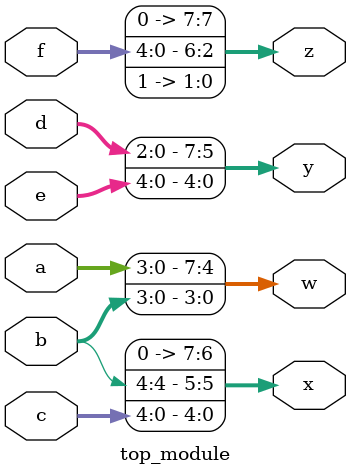
<source format=sv>
module top_module (
	input [4:0] a,
	input [4:0] b,
	input [4:0] c,
	input [4:0] d,
	input [4:0] e,
	input [4:0] f,
	output [7:0] w,
	output [7:0] x,
	output [7:0] y,
	output [7:0] z
);
	assign w = {a, b[3:0]};
	assign x = {b[4], c};
	assign y = {d, e};
	assign z = {f, 2'b11};
endmodule

</source>
